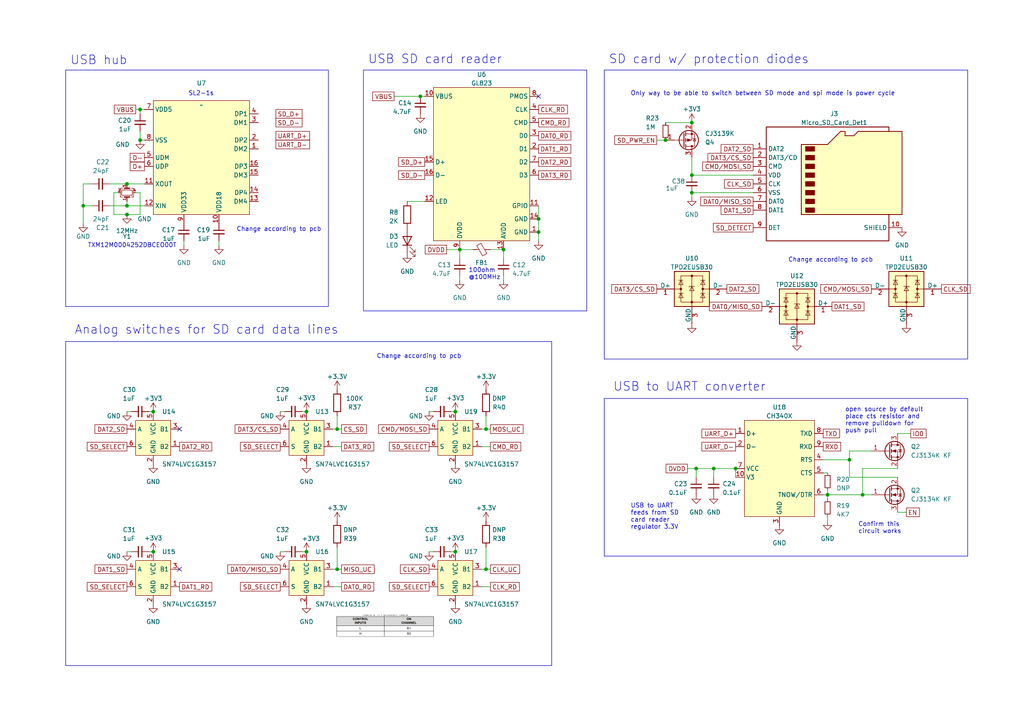
<source format=kicad_sch>
(kicad_sch (version 20230121) (generator eeschema)
  (paper "A4")
  (lib_symbols
    (symbol "Connector:Micro_SD_Card_Det1"
      (property "Reference" "J" (at -16.51 17.78 0))
      (property "Value" "Micro_SD_Card_Det1" (at 16.51 17.78 0))
      (symbol "Micro_SD_Card_Det1_1_1"
        (pin bidirectional line (at -22.86 10.16 0) (length 3.81) (name "DAT2") (number "1"))
        (pin passive line (at 20.32 -12.7 180) (length 3.81) (name "SHIELD") (number "10"))
        (pin bidirectional line (at -22.86 7.62 0) (length 3.81) (name "DAT3/CD") (number "2"))
        (pin input line (at -22.86 5.08 0) (length 3.81) (name "CMD") (number "3"))
        (pin power_in line (at -22.86 2.54 0) (length 3.81) (name "VDD") (number "4"))
        (pin input line (at -22.86 0 0) (length 3.81) (name "CLK") (number "5"))
        (pin power_in line (at -22.86 -2.54 0) (length 3.81) (name "VSS") (number "6"))
        (pin bidirectional line (at -22.86 -5.08 0) (length 3.81) (name "DAT0") (number "7"))
        (pin bidirectional line (at -22.86 -7.62 0) (length 3.81) (name "DAT1") (number "8"))
        (pin passive line (at -22.86 -12.7 0) (length 3.81) (name "DET") (number "9"))
      )
    )
    (symbol "Device:C_Small" (pin_numbers hide) (pin_names (offset 0.254) hide)
      (property "Reference" "C" (at 0.254 1.778 0))
      (property "Value" "C_Small" (at 0.254 -2.032 0))
      (symbol "C_Small_1_1"
        (pin passive line (at 0 2.54 270) (length 2.032) (name "~") (number "1"))
        (pin passive line (at 0 -2.54 90) (length 2.032) (name "~") (number "2"))
      )
    )
    (symbol "Device:Crystal_GND24_Small" (pin_names (offset 1.016) hide)
      (property "Reference" "Y" (at 1.27 4.445 0))
      (property "Value" "Crystal_GND24_Small" (at 1.27 2.54 0))
      (symbol "Crystal_GND24_Small_1_1"
        (pin passive line (at -2.54 0 0) (length 1.27) (name "1") (number "1"))
        (pin passive line (at 0 -2.54 90) (length 0.635) (name "2") (number "2"))
        (pin passive line (at 2.54 0 180) (length 1.27) (name "3") (number "3"))
        (pin passive line (at 0 2.54 270) (length 0.635) (name "4") (number "4"))
      )
    )
    (symbol "Device:FerriteBead_Small" (pin_numbers hide) (pin_names (offset 0))
      (property "Reference" "FB" (at 1.905 1.27 0))
      (property "Value" "FerriteBead_Small" (at 1.905 -1.27 0))
      (symbol "FerriteBead_Small_1_1"
        (pin passive line (at 0 2.54 270) (length 1.27) (name "~") (number "1"))
        (pin passive line (at 0 -2.54 90) (length 1.27) (name "~") (number "2"))
      )
    )
    (symbol "Device:LED" (pin_numbers hide) (pin_names (offset 1.016) hide)
      (property "Reference" "D" (at 0 2.54 0))
      (property "Value" "LED" (at 0 -2.54 0))
      (symbol "LED_1_1"
        (pin passive line (at -3.81 0 0) (length 2.54) (name "K") (number "1"))
        (pin passive line (at 3.81 0 180) (length 2.54) (name "A") (number "2"))
      )
    )
    (symbol "Device:Q_NMOS_GSD" (pin_names (offset 0) hide)
      (property "Reference" "Q" (at 5.08 1.27 0))
      (property "Value" "Q_NMOS_GSD" (at 5.08 -1.27 0))
      (symbol "Q_NMOS_GSD_1_1"
        (pin input line (at -5.08 0 0) (length 2.54) (name "G") (number "1"))
        (pin passive line (at 2.54 -5.08 90) (length 2.54) (name "S") (number "2"))
        (pin passive line (at 2.54 5.08 270) (length 2.54) (name "D") (number "3"))
      )
    )
    (symbol "Device:Q_PMOS_GSD" (pin_names (offset 0) hide)
      (property "Reference" "Q" (at 5.08 1.27 0))
      (property "Value" "Q_PMOS_GSD" (at 5.08 -1.27 0))
      (symbol "Q_PMOS_GSD_1_1"
        (pin input line (at -5.08 0 0) (length 2.54) (name "G") (number "1"))
        (pin passive line (at 2.54 -5.08 90) (length 2.54) (name "S") (number "2"))
        (pin passive line (at 2.54 5.08 270) (length 2.54) (name "D") (number "3"))
      )
    )
    (symbol "Device:R" (pin_numbers hide) (pin_names (offset 0))
      (property "Reference" "R" (at 2.032 0 90))
      (property "Value" "R" (at 0 0 90))
      (symbol "R_1_1"
        (pin passive line (at 0 3.81 270) (length 1.27) (name "~") (number "1"))
        (pin passive line (at 0 -3.81 90) (length 1.27) (name "~") (number "2"))
      )
    )
    (symbol "Device:R_Small" (pin_numbers hide) (pin_names (offset 0.254) hide)
      (property "Reference" "R" (at 0.762 0.508 0))
      (property "Value" "R_Small" (at 0.762 -1.016 0))
      (symbol "R_Small_1_1"
        (pin passive line (at 0 2.54 270) (length 0.762) (name "~") (number "1"))
        (pin passive line (at 0 -2.54 90) (length 0.762) (name "~") (number "2"))
      )
    )
    (symbol "Power_Protection:TPD2EUSB30" (pin_names (offset 0))
      (property "Reference" "U" (at 0 6.35 0))
      (property "Value" "TPD2EUSB30" (at 7.62 -7.62 0))
      (symbol "TPD2EUSB30_1_1"
        (pin passive line (at -10.16 0 0) (length 5.08) (name "D+") (number "1"))
        (pin passive line (at 10.16 0 180) (length 5.08) (name "D-") (number "2"))
        (pin passive line (at 0 -10.16 90) (length 5.08) (name "GND") (number "3"))
      )
    )
    (symbol "SN74LVC1G3157_1"
      (property "Reference" "U" (at 3.81 7.62 0))
      (property "Value" "SN74LVC1G3157" (at 10.16 -7.62 0))
      (symbol "SN74LVC1G3157_1_1_1"
        (pin input line (at 7.62 -2.54 180) (length 2.54) (name "B2") (number "1"))
        (pin input line (at 0 -7.62 90) (length 2.54) (name "GND") (number "2"))
        (pin input line (at 7.62 2.54 180) (length 2.54) (name "B1") (number "3"))
        (pin input line (at -7.62 2.54 0) (length 2.54) (name "A") (number "4"))
        (pin input line (at 0 7.62 270) (length 2.54) (name "VCC") (number "5"))
        (pin input line (at -7.62 -2.54 0) (length 2.54) (name "S") (number "6"))
      )
    )
    (symbol "ch340x:CH340X"
      (property "Reference" "U" (at 0 19.05 0))
      (property "Value" "CH340X" (at 0 15.24 0))
      (symbol "CH340X_1_1"
        (pin input line (at -12.7 10.16 0) (length 2.54) (name "D+") (number "1"))
        (pin input line (at -12.7 -2.54 0) (length 2.54) (name "V3") (number "10"))
        (pin input line (at -12.7 6.35 0) (length 2.54) (name "D-") (number "2"))
        (pin input line (at 0 -16.51 90) (length 2.54) (name "GND") (number "3"))
        (pin input line (at 12.7 2.54 180) (length 2.54) (name "RTS") (number "4"))
        (pin input line (at 12.7 -1.27 180) (length 2.54) (name "CTS") (number "5"))
        (pin input line (at 12.7 -7.62 180) (length 2.54) (name "TNOW/DTR") (number "6"))
        (pin input line (at -12.7 0 0) (length 2.54) (name "VCC") (number "7"))
        (pin input line (at 12.7 10.16 180) (length 2.54) (name "TXD") (number "8"))
        (pin input line (at 12.7 6.35 180) (length 2.54) (name "RXD") (number "9"))
      )
    )
    (symbol "gl823:GL823"
      (property "Reference" "U" (at 0 12.7 0))
      (property "Value" "GL823" (at 0 10.16 0))
      (symbol "GL823_1_1"
        (pin input line (at 16.51 -33.02 180) (length 2.54) (name "GND") (number "1"))
        (pin input line (at -16.51 6.35 0) (length 2.54) (name "VBUS") (number "10"))
        (pin input line (at 16.51 -25.4 180) (length 2.54) (name "GPIO") (number "11"))
        (pin input line (at -16.51 -24.13 0) (length 2.54) (name "LED") (number "12"))
        (pin input line (at 6.35 -38.1 90) (length 2.54) (name "AVDD") (number "13"))
        (pin input line (at 16.51 -29.21 180) (length 2.54) (name "GND") (number "14"))
        (pin input line (at -16.51 -12.7 0) (length 2.54) (name "D+") (number "15"))
        (pin input line (at -16.51 -16.51 0) (length 2.54) (name "D-") (number "16"))
        (pin input line (at 16.51 -8.89 180) (length 2.54) (name "D1") (number "2"))
        (pin input line (at 16.51 -5.08 180) (length 2.54) (name "D0") (number "3"))
        (pin input line (at 16.51 2.54 180) (length 2.54) (name "CLK") (number "4"))
        (pin input line (at 16.51 -1.27 180) (length 2.54) (name "CMD") (number "5"))
        (pin input line (at 16.51 -16.51 180) (length 2.54) (name "D3") (number "6"))
        (pin input line (at 16.51 -12.7 180) (length 2.54) (name "D2") (number "7"))
        (pin input line (at 16.51 6.35 180) (length 2.54) (name "PMOS") (number "8"))
        (pin input line (at -6.35 -38.1 90) (length 2.54) (name "DVDD") (number "9"))
      )
    )
    (symbol "power:+3.3V" (power) (pin_names (offset 0))
      (property "Value" "+3.3V" (at 0 3.556 0))
      (symbol "+3.3V_1_1"
        (pin power_in line (at 0 0 90) (length 0) hide (name "+3.3V") (number "1"))
      )
    )
    (symbol "power:+3V3" (power) (pin_names (offset 0))
      (property "Value" "+3V3" (at 0 3.556 0))
      (symbol "+3V3_1_1"
        (pin power_in line (at 0 0 90) (length 0) hide (name "+3V3") (number "1"))
      )
    )
    (symbol "power:GND" (power) (pin_names (offset 0))
      (property "Value" "GND" (at 0 -3.81 0))
      (symbol "GND_1_1"
        (pin power_in line (at 0 0 270) (length 0) hide (name "GND") (number "1"))
      )
    )
    (symbol "sl2-1s:SL2-1s"
      (property "Reference" "U" (at 0 17.78 0))
      (symbol "SL2-1s_1_1"
        (pin input line (at 16.51 1.27 180) (length 2.54) (name "DM2") (number "1"))
        (pin input line (at 5.08 -20.32 90) (length 2.54) (name "VDD18") (number "10"))
        (pin input line (at -16.51 -8.89 0) (length 2.54) (name "XOUT") (number "11"))
        (pin input line (at -16.51 -15.24 0) (length 2.54) (name "XIN") (number "12"))
        (pin input line (at 16.51 -13.97 180) (length 2.54) (name "DM4") (number "13"))
        (pin input line (at 16.51 -11.43 180) (length 2.54) (name "DP4") (number "14"))
        (pin input line (at 16.51 -6.35 180) (length 2.54) (name "DM3") (number "15"))
        (pin input line (at 16.51 -3.81 180) (length 2.54) (name "DP3") (number "16"))
        (pin input line (at 16.51 3.81 180) (length 2.54) (name "DP2") (number "2"))
        (pin input line (at 16.51 8.89 180) (length 2.54) (name "DM1") (number "3"))
        (pin input line (at 16.51 11.43 180) (length 2.54) (name "DP1") (number "4"))
        (pin input line (at -16.51 -1.27 0) (length 2.54) (name "UDM") (number "5"))
        (pin input line (at -16.51 -3.81 0) (length 2.54) (name "UDP") (number "6"))
        (pin input line (at -16.51 12.7 0) (length 2.54) (name "VDD5") (number "7"))
        (pin input line (at -16.51 3.81 0) (length 2.54) (name "VSS") (number "8"))
        (pin input line (at -5.08 -20.32 90) (length 2.54) (name "VDD33") (number "9"))
      )
    )
  )
  (junction (at 88.9 160.02))
  (junction (at 36.83 62.23))
  (junction (at 146.05 72.39))
  (junction (at 36.83 59.69))
  (junction (at 132.08 160.02))
  (junction (at 140.97 124.46))
  (junction (at 121.92 27.94))
  (junction (at 24.13 59.69))
  (junction (at 36.83 53.34))
  (junction (at 97.79 165.1))
  (junction (at 200.66 55.88))
  (junction (at 88.9 119.38))
  (junction (at 44.45 119.38))
  (junction (at 40.64 31.75))
  (junction (at 40.64 40.64))
  (junction (at 240.03 143.51))
  (junction (at 193.04 40.64))
  (junction (at 133.35 72.39))
  (junction (at 213.36 135.89))
  (junction (at 156.21 67.31))
  (junction (at 201.93 135.89))
  (junction (at 44.45 160.02))
  (junction (at 246.38 133.35))
  (junction (at 132.08 119.38))
  (junction (at 200.66 50.8))
  (junction (at 140.97 165.1))
  (junction (at 200.66 35.56))
  (junction (at 207.01 135.89))
  (junction (at 250.19 143.51))
  (junction (at 156.21 63.5))
  (junction (at 97.79 124.46))
  (no_connect (at 52.07 165.1))
  (no_connect (at 52.07 124.46))
  (no_connect (at 156.21 27.94))
  (wire (pts (xy 97.79 124.46) (xy 99.06 124.46)))
  (wire (pts (xy 130.81 160.02) (xy 132.08 160.02)))
  (wire (pts (xy 207.01 135.89) (xy 213.36 135.89)))
  (wire (pts (xy 129.54 72.39) (xy 133.35 72.39)))
  (wire (pts (xy 82.55 119.38) (xy 81.28 119.38)))
  (wire (pts (xy 240.03 149.86) (xy 240.03 151.13)))
  (wire (pts (xy 82.55 160.02) (xy 81.28 160.02)))
  (wire (pts (xy 238.76 143.51) (xy 240.03 143.51)))
  (wire (pts (xy 238.76 133.35) (xy 246.38 133.35)))
  (wire (pts (xy 156.21 59.69) (xy 156.21 63.5)))
  (wire (pts (xy 87.63 119.38) (xy 88.9 119.38)))
  (wire (pts (xy 156.21 63.5) (xy 156.21 67.31)))
  (wire (pts (xy 240.03 143.51) (xy 240.03 144.78)))
  (wire (pts (xy 33.02 62.23) (xy 36.83 62.23)))
  (wire (pts (xy 200.66 45.72) (xy 200.66 50.8)))
  (wire (pts (xy 63.5 69.85) (xy 63.5 71.12)))
  (wire (pts (xy 213.36 135.89) (xy 213.36 138.43)))
  (wire (pts (xy 114.3 27.94) (xy 121.92 27.94)))
  (wire (pts (xy 199.39 135.89) (xy 201.93 135.89)))
  (wire (pts (xy 238.76 137.16) (xy 240.03 137.16)))
  (wire (pts (xy 240.03 142.24) (xy 240.03 143.51)))
  (wire (pts (xy 260.35 148.59) (xy 262.89 148.59)))
  (wire (pts (xy 125.73 160.02) (xy 124.46 160.02)))
  (wire (pts (xy 96.52 124.46) (xy 97.79 124.46)))
  (wire (pts (xy 140.97 165.1) (xy 142.24 165.1)))
  (wire (pts (xy 246.38 133.35) (xy 246.38 130.81)))
  (wire (pts (xy 193.04 35.56) (xy 200.66 35.56)))
  (wire (pts (xy 139.7 129.54) (xy 142.24 129.54)))
  (wire (pts (xy 133.35 72.39) (xy 133.35 74.93)))
  (wire (pts (xy 133.35 81.28) (xy 133.35 80.01)))
  (wire (pts (xy 40.64 38.1) (xy 40.64 40.64)))
  (wire (pts (xy 130.81 119.38) (xy 132.08 119.38)))
  (wire (pts (xy 43.18 119.38) (xy 44.45 119.38)))
  (wire (pts (xy 36.83 62.23) (xy 40.64 62.23)))
  (wire (pts (xy 33.02 55.88) (xy 33.02 62.23)))
  (wire (pts (xy 31.75 59.69) (xy 36.83 59.69)))
  (wire (pts (xy 139.7 170.18) (xy 142.24 170.18)))
  (wire (pts (xy 40.64 62.23) (xy 40.64 55.88)))
  (wire (pts (xy 36.83 53.34) (xy 41.91 53.34)))
  (wire (pts (xy 146.05 81.28) (xy 146.05 80.01)))
  (wire (pts (xy 140.97 158.75) (xy 140.97 165.1)))
  (wire (pts (xy 38.1 119.38) (xy 36.83 119.38)))
  (wire (pts (xy 24.13 59.69) (xy 24.13 53.34)))
  (wire (pts (xy 24.13 64.77) (xy 24.13 59.69)))
  (wire (pts (xy 250.19 135.89) (xy 250.19 143.51)))
  (wire (pts (xy 38.1 160.02) (xy 36.83 160.02)))
  (wire (pts (xy 53.34 69.85) (xy 53.34 71.12)))
  (wire (pts (xy 240.03 143.51) (xy 250.19 143.51)))
  (wire (pts (xy 96.52 129.54) (xy 99.06 129.54)))
  (wire (pts (xy 133.35 72.39) (xy 137.16 72.39)))
  (wire (pts (xy 36.83 59.69) (xy 36.83 58.42)))
  (wire (pts (xy 118.11 58.42) (xy 123.19 58.42)))
  (wire (pts (xy 200.66 50.8) (xy 218.44 50.8)))
  (wire (pts (xy 140.97 124.46) (xy 142.24 124.46)))
  (wire (pts (xy 260.35 135.89) (xy 250.19 135.89)))
  (wire (pts (xy 24.13 53.34) (xy 26.67 53.34)))
  (wire (pts (xy 97.79 165.1) (xy 96.52 165.1)))
  (wire (pts (xy 146.05 72.39) (xy 146.05 74.93)))
  (wire (pts (xy 24.13 59.69) (xy 26.67 59.69)))
  (wire (pts (xy 207.01 135.89) (xy 207.01 138.43)))
  (wire (pts (xy 40.64 55.88) (xy 39.37 55.88)))
  (wire (pts (xy 140.97 120.65) (xy 140.97 124.46)))
  (wire (pts (xy 260.35 138.43) (xy 246.38 138.43)))
  (wire (pts (xy 260.35 125.73) (xy 264.16 125.73)))
  (wire (pts (xy 190.5 40.64) (xy 193.04 40.64)))
  (wire (pts (xy 139.7 165.1) (xy 140.97 165.1)))
  (wire (pts (xy 97.79 120.65) (xy 97.79 124.46)))
  (wire (pts (xy 87.63 160.02) (xy 88.9 160.02)))
  (wire (pts (xy 246.38 130.81) (xy 252.73 130.81)))
  (wire (pts (xy 201.93 135.89) (xy 201.93 138.43)))
  (wire (pts (xy 40.64 40.64) (xy 41.91 40.64)))
  (wire (pts (xy 201.93 135.89) (xy 207.01 135.89)))
  (wire (pts (xy 121.92 27.94) (xy 123.19 27.94)))
  (wire (pts (xy 156.21 67.31) (xy 156.21 69.85)))
  (wire (pts (xy 97.79 158.75) (xy 97.79 165.1)))
  (wire (pts (xy 246.38 138.43) (xy 246.38 133.35)))
  (wire (pts (xy 39.37 31.75) (xy 40.64 31.75)))
  (wire (pts (xy 250.19 143.51) (xy 252.73 143.51)))
  (wire (pts (xy 99.06 170.18) (xy 96.52 170.18)))
  (wire (pts (xy 99.06 165.1) (xy 97.79 165.1)))
  (wire (pts (xy 41.91 59.69) (xy 36.83 59.69)))
  (wire (pts (xy 200.66 57.15) (xy 200.66 55.88)))
  (wire (pts (xy 40.64 31.75) (xy 40.64 33.02)))
  (wire (pts (xy 142.24 72.39) (xy 146.05 72.39)))
  (wire (pts (xy 40.64 31.75) (xy 41.91 31.75)))
  (wire (pts (xy 31.75 53.34) (xy 36.83 53.34)))
  (wire (pts (xy 125.73 119.38) (xy 124.46 119.38)))
  (wire (pts (xy 140.97 124.46) (xy 139.7 124.46)))
  (wire (pts (xy 43.18 160.02) (xy 44.45 160.02)))
  (wire (pts (xy 33.02 55.88) (xy 34.29 55.88)))
  (wire (pts (xy 200.66 55.88) (xy 218.44 55.88)))
  (rectangle (start 19.05 20.32) (end 95.25 88.9))
  (rectangle (start 175.26 20.32) (end 280.67 104.14))
  (rectangle (start 175.26 115.57) (end 280.67 161.29))
  (rectangle (start 19.05 99.06) (end 160.02 193.04))
  (rectangle (start 105.41 20.32) (end 170.18 90.17))
  (image (at 111.76 181.61))
  (image (at 307.34 162.56))
  (text "DTR High RTS Low - EN Low IO0 High (Body diode pulls IO0 high but no difference?) \nDTR Low RTS High - EN HIGH IO0 Low (body diode no difference)\nDTR Low RTS Low - EN HIGH IO0 LOW\nDTR HIGH RTS HIGH - EN HIGH IO0 HIGH (Body diode pulls IO0 high)" (at 298.45 179.07 0) (effects (font (size 1.27 1.27)) (justify left bottom)))
  (text "100ohm\n@100MHz" (at 135.89 81.28 0) (effects (font (size 1.27 1.27)) (justify left bottom)))
  (text "SD card w/ protection diodes\n \n" (at 176.53 22.86 0) (effects (font (size 2.54 2.54)) (justify left bottom)))
  (text "Analog switches for SD card data lines\n\n \n" (at 21.59 105.41 0) (effects (font (size 2.54 2.54)) (justify left bottom)))
  (text "SL2-1s" (at 54.61 27.94 0) (effects (font (size 1.27 1.27)) (justify left bottom)))
  (text "\nTXM12M0004252DBCEO00T" (at 25.4 72.0089 0) (effects (font (size 1.27 1.27)) (justify left bottom)))
  (text "USB hub \n" (at 20.32 19.05 0) (effects (font (size 2.54 2.54)) (justify left bottom)))
  (text "Confirm this \ncircuit works" (at 248.92 154.94 0) (effects (font (size 1.27 1.27)) (justify left bottom)))
  (text "Only way to be able to switch between SD mode and spi mode is power cycle" (at 182.88 27.94 0) (effects (font (size 1.27 1.27)) (justify left bottom)))
  (text "USB to UART \nfeeds from SD\ncard reader \nregulator 3.3V\n" (at 182.88 153.67 0) (effects (font (size 1.27 1.27)) (justify left bottom)))
  (text "EN LOW IO0 HIGH > EN HIGH IO0 LOW >> EN HIGH IO0 LOW" (at 302.26 190.5 0) (effects (font (size 1.27 1.27)) (justify left bottom)))
  (text "Transistor \nEN LOW IO0 HIGH > EN HIGH IO0 HIGH >> EN HIGH IO0 LOW" (at 347.98 162.56 0) (effects (font (size 1.27 1.27)) (justify left bottom)))
  (text "Change according to pcb\n" (at 68.58 67.31 0) (effects (font (size 1.27 1.27)) (justify left bottom)))
  (text "USB to UART converter\n\n \n" (at 177.8 121.92 0) (effects (font (size 2.54 2.54)) (justify left bottom)))
  (text "So its in reset\nthen exits reset but \nbefore it starts the io0 \nline goes low so it starts\nin boot mode" (at 375.92 185.42 0) (effects (font (size 1.27 1.27)) (justify left bottom)))
  (text "Change according to pcb\n" (at 109.22 104.14 0) (effects (font (size 1.27 1.27)) (justify left bottom)))
  (text "Both setups should work\n" (at 375.92 194.31 0) (effects (font (size 1.27 1.27)) (justify left bottom)))
  (text "open source by default\nplace cts resistor and\nremove pulldown for \npush pull" (at 245.11 125.73 0) (effects (font (size 1.27 1.27)) (justify left bottom)))
  (text "RTS LOW DTR HIGH > RTS LOW DTR LOW >> RTS HIGH DTR LOW" (at 302.26 186.69 0) (effects (font (size 1.27 1.27)) (justify left bottom)))
  (text ">> happens in 1ms\n1ms delay between en high and start" (at 321.31 196.85 0) (effects (font (size 1.27 1.27)) (justify left bottom)))
  (text "USB SD card reader\n \n" (at 106.68 22.86 0) (effects (font (size 2.54 2.54)) (justify left bottom)))
  (text "Change according to pcb\n" (at 228.6 76.2 0) (effects (font (size 1.27 1.27)) (justify left bottom)))
  (text "DTR RTS EN  IO0\n 1   1   1   1\n 0   0   1   0\n 1   0   0   1\n 0   1   1   0\n \n \n" (at 317.5 172.72 0) (effects (font (size 1.27 1.27)) (justify left bottom)))
  (global_label "SD_SELECT" (shape passive) (at 81.28 129.54 180) (property "Intersheetrefs" "${INTERSHEET_REFS}" (effects hide)))
  (global_label "DAT1_RD" (shape passive) (at 52.07 170.18 0) (property "Intersheetrefs" "${INTERSHEET_REFS}" (effects hide)))
  (global_label "SD_SELECT" (shape passive) (at 81.28 170.18 180) (property "Intersheetrefs" "${INTERSHEET_REFS}" (effects hide)))
  (global_label "CMD_RD" (shape passive) (at 142.24 129.54 0) (property "Intersheetrefs" "${INTERSHEET_REFS}" (effects hide)))
  (global_label "RXD" (shape passive) (at 238.76 129.54 0) (property "Intersheetrefs" "${INTERSHEET_REFS}" (effects hide)))
  (global_label "TXD" (shape passive) (at 238.76 125.73 0) (property "Intersheetrefs" "${INTERSHEET_REFS}" (effects hide)))
  (global_label "EN" (shape passive) (at 262.89 148.59 0) (property "Intersheetrefs" "${INTERSHEET_REFS}" (effects hide)))
  (global_label "SD_DETECT" (shape passive) (at 218.44 66.04 180) (property "Intersheetrefs" "${INTERSHEET_REFS}" (effects hide)))
  (global_label "SD_D-" (shape passive) (at 123.19 50.8 180) (property "Intersheetrefs" "${INTERSHEET_REFS}" (effects hide)))
  (global_label "DAT1_SD" (shape passive) (at 36.83 165.1 180) (property "Intersheetrefs" "${INTERSHEET_REFS}" (effects hide)))
  (global_label "DAT3_RD" (shape passive) (at 99.06 129.54 0) (property "Intersheetrefs" "${INTERSHEET_REFS}" (effects hide)))
  (global_label "CMD{slash}MOSI_SD" (shape passive) (at 124.46 124.46 180) (property "Intersheetrefs" "${INTERSHEET_REFS}" (effects hide)))
  (global_label "UART_D+" (shape passive) (at 80.01 39.37 0) (property "Intersheetrefs" "${INTERSHEET_REFS}" (effects hide)))
  (global_label "DAT0{slash}MISO_SD" (shape passive) (at 81.28 165.1 180) (property "Intersheetrefs" "${INTERSHEET_REFS}" (effects hide)))
  (global_label "CLK_RD" (shape passive) (at 142.24 170.18 0) (property "Intersheetrefs" "${INTERSHEET_REFS}" (effects hide)))
  (global_label "SD_SELECT" (shape passive) (at 36.83 170.18 180) (property "Intersheetrefs" "${INTERSHEET_REFS}" (effects hide)))
  (global_label "CLK_SD" (shape passive) (at 218.44 53.34 180) (property "Intersheetrefs" "${INTERSHEET_REFS}" (effects hide)))
  (global_label "SD_SELECT" (shape passive) (at 36.83 129.54 180) (property "Intersheetrefs" "${INTERSHEET_REFS}" (effects hide)))
  (global_label "DVDD" (shape passive) (at 199.39 135.89 180) (property "Intersheetrefs" "${INTERSHEET_REFS}" (effects hide)))
  (global_label "CLK_UC" (shape passive) (at 142.24 165.1 0) (property "Intersheetrefs" "${INTERSHEET_REFS}" (effects hide)))
  (global_label "DAT0_RD" (shape passive) (at 156.21 39.37 0) (property "Intersheetrefs" "${INTERSHEET_REFS}" (effects hide)))
  (global_label "CS_SD" (shape passive) (at 99.06 124.46 0) (property "Intersheetrefs" "${INTERSHEET_REFS}" (effects hide)))
  (global_label "UART_D+" (shape passive) (at 213.36 125.73 180) (property "Intersheetrefs" "${INTERSHEET_REFS}" (effects hide)))
  (global_label "SD_SELECT" (shape passive) (at 124.46 170.18 180) (property "Intersheetrefs" "${INTERSHEET_REFS}" (effects hide)))
  (global_label "CLK_SD" (shape passive) (at 124.46 165.1 180) (property "Intersheetrefs" "${INTERSHEET_REFS}" (effects hide)))
  (global_label "DAT3_RD" (shape passive) (at 156.21 50.8 0) (property "Intersheetrefs" "${INTERSHEET_REFS}" (effects hide)))
  (global_label "VBUS" (shape passive) (at 39.37 31.75 180) (property "Intersheetrefs" "${INTERSHEET_REFS}" (effects hide)))
  (global_label "DAT1_SD" (shape passive) (at 241.3 88.9 0) (property "Intersheetrefs" "${INTERSHEET_REFS}" (effects hide)))
  (global_label "DAT2_SD" (shape passive) (at 218.44 43.18 180) (property "Intersheetrefs" "${INTERSHEET_REFS}" (effects hide)))
  (global_label "DAT3{slash}CS_SD" (shape passive) (at 190.5 83.82 180) (property "Intersheetrefs" "${INTERSHEET_REFS}" (effects hide)))
  (global_label "CLK_SD" (shape passive) (at 273.05 83.82 0) (property "Intersheetrefs" "${INTERSHEET_REFS}" (effects hide)))
  (global_label "SD_D-" (shape passive) (at 80.01 35.56 0) (property "Intersheetrefs" "${INTERSHEET_REFS}" (effects hide)))
  (global_label "IO0" (shape passive) (at 264.16 125.73 0) (property "Intersheetrefs" "${INTERSHEET_REFS}" (effects hide)))
  (global_label "DAT1_RD" (shape passive) (at 156.21 43.18 0) (property "Intersheetrefs" "${INTERSHEET_REFS}" (effects hide)))
  (global_label "D-" (shape passive) (at 41.91 45.72 180) (property "Intersheetrefs" "${INTERSHEET_REFS}" (effects hide)))
  (global_label "SD_D+" (shape passive) (at 80.01 33.02 0) (property "Intersheetrefs" "${INTERSHEET_REFS}" (effects hide)))
  (global_label "DAT0{slash}MISO_SD" (shape passive) (at 218.44 58.42 180) (property "Intersheetrefs" "${INTERSHEET_REFS}" (effects hide)))
  (global_label "DAT0_RD" (shape passive) (at 99.06 170.18 0) (property "Intersheetrefs" "${INTERSHEET_REFS}" (effects hide)))
  (global_label "MOSI_UC" (shape passive) (at 142.24 124.46 0) (property "Intersheetrefs" "${INTERSHEET_REFS}" (effects hide)))
  (global_label "SD_SELECT" (shape passive) (at 124.46 129.54 180) (property "Intersheetrefs" "${INTERSHEET_REFS}" (effects hide)))
  (global_label "MISO_UC" (shape passive) (at 99.06 165.1 0) (property "Intersheetrefs" "${INTERSHEET_REFS}" (effects hide)))
  (global_label "CLK_RD" (shape passive) (at 156.21 31.75 0) (property "Intersheetrefs" "${INTERSHEET_REFS}" (effects hide)))
  (global_label "SD_PWR_EN" (shape passive) (at 190.5 40.64 180) (property "Intersheetrefs" "${INTERSHEET_REFS}" (effects hide)))
  (global_label "DAT2_RD" (shape passive) (at 52.07 129.54 0) (property "Intersheetrefs" "${INTERSHEET_REFS}" (effects hide)))
  (global_label "DAT2_SD" (shape passive) (at 36.83 124.46 180) (property "Intersheetrefs" "${INTERSHEET_REFS}" (effects hide)))
  (global_label "DAT2_RD" (shape passive) (at 156.21 46.99 0) (property "Intersheetrefs" "${INTERSHEET_REFS}" (effects hide)))
  (global_label "D+" (shape passive) (at 41.91 48.26 180) (property "Intersheetrefs" "${INTERSHEET_REFS}" (effects hide)))
  (global_label "DAT2_SD" (shape passive) (at 210.82 83.82 0) (property "Intersheetrefs" "${INTERSHEET_REFS}" (effects hide)))
  (global_label "CMD{slash}MOSI_SD" (shape passive) (at 218.44 48.26 180) (property "Intersheetrefs" "${INTERSHEET_REFS}" (effects hide)))
  (global_label "VBUS" (shape passive) (at 114.3 27.94 180) (property "Intersheetrefs" "${INTERSHEET_REFS}" (effects hide)))
  (global_label "DAT3{slash}CS_SD" (shape passive) (at 81.28 124.46 180) (property "Intersheetrefs" "${INTERSHEET_REFS}" (effects hide)))
  (global_label "DAT0{slash}MISO_SD" (shape passive) (at 220.98 88.9 180) (property "Intersheetrefs" "${INTERSHEET_REFS}" (effects hide)))
  (global_label "DAT1_SD" (shape passive) (at 218.44 60.96 180) (property "Intersheetrefs" "${INTERSHEET_REFS}" (effects hide)))
  (global_label "DVDD" (shape passive) (at 129.54 72.39 180) (property "Intersheetrefs" "${INTERSHEET_REFS}" (effects hide)))
  (global_label "UART_D-" (shape passive) (at 213.36 129.54 180) (property "Intersheetrefs" "${INTERSHEET_REFS}" (effects hide)))
  (global_label "UART_D-" (shape passive) (at 80.01 41.91 0) (property "Intersheetrefs" "${INTERSHEET_REFS}" (effects hide)))
  (global_label "CMD_RD" (shape passive) (at 156.21 35.56 0) (property "Intersheetrefs" "${INTERSHEET_REFS}" (effects hide)))
  (global_label "DAT3{slash}CS_SD" (shape passive) (at 218.44 45.72 180) (property "Intersheetrefs" "${INTERSHEET_REFS}" (effects hide)))
  (global_label "SD_D+" (shape passive) (at 123.19 46.99 180) (property "Intersheetrefs" "${INTERSHEET_REFS}" (effects hide)))
  (global_label "CMD{slash}MOSI_SD" (shape passive) (at 252.73 83.82 180) (property "Intersheetrefs" "${INTERSHEET_REFS}" (effects hide)))
  (symbol (lib_id "Device:C_Small") (at 207.01 140.97 0) (unit 1)
    (property "Reference" "C24" (at 209.55 140.3413 0) (effects (justify left)))
    (property "Value" "0.1uF" (at 209.55 142.8813 0) (effects (justify left)))
    (property "Footprint" "Capacitor_SMD:C_0402_1005Metric" (effects hide))
  )
  (symbol (lib_id "power:GND") (at 44.45 175.26 0) (unit 1)
    (property "Reference" "#PWR054" (effects hide))
    (property "Value" "GND" (at 44.45 180.34 0))
  )
  (symbol (lib_id "Device:C_Small") (at 128.27 160.02 270) (mirror x) (unit 1)
    (property "Reference" "C33" (at 123.19 153.67 90) (effects (justify left)))
    (property "Value" "1uF" (at 123.19 156.21 90) (effects (justify left)))
    (property "Footprint" "Capacitor_SMD:C_0402_1005Metric" (effects hide))
  )
  (symbol (lib_id "power:GND") (at 262.89 93.98 0) (unit 1)
    (property "Reference" "#PWR044" (effects hide))
    (property "Value" "GND" (effects hide))
  )
  (symbol (lib_id "Device:C_Small") (at 40.64 119.38 270) (mirror x) (unit 1)
    (property "Reference" "C30" (at 35.56 113.03 90) (effects (justify left)))
    (property "Value" "1uF" (at 35.56 115.57 90) (effects (justify left)))
    (property "Footprint" "Capacitor_SMD:C_0402_1005Metric" (effects hide))
  )
  (symbol (lib_id "Device:C_Small") (at 29.21 59.69 90) (mirror x) (unit 1)
    (property "Reference" "C21" (at 31.75 66.04 90) (effects (justify left)))
    (property "Value" "24pF" (at 31.75 63.5 90) (effects (justify left)))
    (property "Footprint" "Capacitor_SMD:C_0402_1005Metric" (effects hide))
  )
  (symbol (lib_id "power:GND") (at 231.14 99.06 0) (unit 1)
    (property "Reference" "#PWR043" (effects hide))
    (property "Value" "GND" (effects hide))
  )
  (symbol (lib_id "power:GND") (at 132.08 175.26 0) (unit 1)
    (property "Reference" "#PWR058" (effects hide))
    (property "Value" "GND" (at 132.08 180.34 0))
  )
  (symbol (lib_id "gl823:GL823") (at 139.7 34.29 0) (unit 1)
    (property "Reference" "U6" (at 139.7 21.59 0))
    (property "Value" "GL823" (at 139.7 24.13 0))
    (property "Footprint" "Package_SO:SSOP-16_3.9x4.9mm_P0.635mm" (effects hide))
  )
  (symbol (lib_id "power:GND") (at 200.66 57.15 0) (unit 1)
    (property "Reference" "#PWR027" (effects hide))
    (property "Value" "GND" (at 200.66 62.23 0))
  )
  (symbol (lib_id "Device:C_Small") (at 146.05 77.47 0) (unit 1)
    (property "Reference" "C12" (at 148.59 76.8413 0) (effects (justify left)))
    (property "Value" "4.7uF" (at 148.59 79.3813 0) (effects (justify left)))
    (property "Footprint" "Capacitor_SMD:C_0402_1005Metric" (effects hide))
  )
  (symbol (lib_id "power:GND") (at 240.03 151.13 0) (unit 1)
    (property "Reference" "#PWR077" (effects hide))
    (property "Value" "GND" (at 240.03 156.21 0))
  )
  (symbol (lib_id "power:GND") (at 156.21 69.85 0) (unit 1)
    (property "Reference" "#PWR025" (effects hide))
    (property "Value" "GND" (at 156.21 74.93 0))
  )
  (symbol (lib_id "power:GND") (at 88.9 134.62 0) (unit 1)
    (property "Reference" "#PWR050" (effects hide))
    (property "Value" "GND" (at 88.9 139.7 0))
  )
  (symbol (lib_id "sl2-1s:SL2-1s") (at 58.42 44.45 0) (unit 1)
    (property "Reference" "U7" (at 58.42 24.13 0))
    (property "Value" "~" (at 58.42 30.48 0))
    (property "Footprint" "Music:SL2.1S" (effects hide))
  )
  (symbol (lib_id "Device:R_Small") (at 193.04 38.1 180) (unit 1)
    (property "Reference" "R23" (at 189.23 34.29 0))
    (property "Value" "1M" (at 188.722 36.83 0))
    (property "Footprint" "Resistor_SMD:R_0402_1005Metric" (effects hide))
    (property "MPN_LCSC" "1" (effects hide))
    (property "Price_LCSC" "0.0005" (effects hide))
    (instances (project "Power" (path "" (reference "R23") (unit 1))) (project "Music_32_V2" (path "" (reference "R23") (unit 1)) (path "" (reference "R31") (unit 1))) (project "Music32v3" (path "" (reference "R13") (unit 1)) (path "" (reference "R13") (unit 1)) (path "" (reference "R14") (unit 1))) (project "Phone" (path "" (reference "R?") (unit 1))) (project "Ipod" (path "" (reference "R?") (unit 1)) (path "" (reference "R22") (unit 1))) (project "power" (path "" (reference "R?") (unit 1))) (project "Power" (path "" (reference "R?") (unit 1))))
  )
  (symbol (lib_id "power:+3.3V") (at 97.79 113.03 0) (mirror y) (unit 1)
    (property "Reference" "#PWR079" (effects hide))
    (property "Value" "+3.3V" (at 97.79 109.22 0))
    (instances (project "Music_32_V2" (path "" (reference "#PWR079") (unit 1))) (project "Audio test board" (path "" (reference "#PWR?") (unit 1))) (project "Music32v3" (path "" (reference "#PWR046") (unit 1))) (project "Ipod" (path "" (reference "#PWR?") (unit 1)) (path "" (reference "#PWR076") (unit 1))))
  )
  (symbol (lib_id "power:GND") (at 53.34 71.12 0) (unit 1)
    (property "Reference" "#PWR035" (effects hide))
    (property "Value" "GND" (at 53.34 76.2 0))
  )
  (symbol (lib_id "power:GND") (at 121.92 33.02 0) (unit 1)
    (property "Reference" "#PWR026" (effects hide))
    (property "Value" "GND" (at 121.92 38.1 0))
  )
  (symbol (lib_id "Device:C_Small") (at 40.64 160.02 270) (mirror x) (unit 1)
    (property "Reference" "C31" (at 35.56 153.67 90) (effects (justify left)))
    (property "Value" "1uF" (at 35.56 156.21 90) (effects (justify left)))
    (property "Footprint" "Capacitor_SMD:C_0402_1005Metric" (effects hide))
  )
  (symbol (lib_id "Device:R") (at 118.11 62.23 0) (unit 1)
    (property "Reference" "R8" (at 115.57 61.595 0) (effects (justify right)))
    (property "Value" "2K" (at 115.57 64.135 0) (effects (justify right)))
    (property "Footprint" "Resistor_SMD:R_0402_1005Metric" (effects hide))
  )
  (symbol (lib_id "power:GND") (at 36.83 119.38 0) (unit 1)
    (property "Reference" "#PWR066" (effects hide))
    (property "Value" "GND" (at 33.02 120.65 0))
  )
  (symbol (lib_id "Device:C_Small") (at 121.92 30.48 0) (mirror y) (unit 1)
    (property "Reference" "C14" (at 119.38 29.8513 0) (effects (justify left)))
    (property "Value" "4.7uF" (at 119.38 32.3913 0) (effects (justify left)))
    (property "Footprint" "Capacitor_SMD:C_0402_1005Metric" (effects hide))
  )
  (symbol (lib_id "power:GND") (at 36.83 62.23 0) (unit 1)
    (property "Reference" "#PWR038" (effects hide))
    (property "Value" "GND" (at 41.91 63.5 0))
  )
  (symbol (lib_id "power:GND") (at 118.11 73.66 0) (unit 1)
    (property "Reference" "#PWR022" (effects hide))
    (property "Value" "GND" (at 118.11 78.74 0))
  )
  (symbol (lib_id "power:GND") (at 207.01 143.51 0) (unit 1)
    (property "Reference" "#PWR061" (effects hide))
    (property "Value" "GND" (at 207.01 148.59 0))
  )
  (symbol (lib_id "Device:C_Small") (at 40.64 35.56 0) (mirror y) (unit 1)
    (property "Reference" "C20" (at 38.1 34.9313 0) (effects (justify left)))
    (property "Value" "1uF" (at 38.1 37.4713 0) (effects (justify left)))
    (property "Footprint" "Capacitor_SMD:C_0402_1005Metric" (effects hide))
  )
  (symbol (lib_id "power:+3V3") (at 132.08 160.02 0) (unit 1)
    (property "Reference" "#PWR011" (effects hide))
    (property "Value" "+3V3" (at 132.08 156.075 0))
    (instances (project "Music32v3" (path "" (reference "#PWR011") (unit 1)) (path "" (reference "#PWR057") (unit 1))))
  )
  (symbol (lib_id "power:+3V3") (at 132.08 119.38 0) (unit 1)
    (property "Reference" "#PWR011" (effects hide))
    (property "Value" "+3V3" (at 132.08 115.435 0))
    (instances (project "Music32v3" (path "" (reference "#PWR011") (unit 1)) (path "" (reference "#PWR051") (unit 1))))
  )
  (symbol (lib_id "power:GND") (at 261.62 66.04 0) (unit 1)
    (property "Reference" "#PWR059" (effects hide))
    (property "Value" "GND" (at 261.62 71.12 0))
  )
  (symbol (lib_id "power:GND") (at 44.45 134.62 0) (unit 1)
    (property "Reference" "#PWR041" (effects hide))
    (property "Value" "GND" (at 44.45 139.7 0))
  )
  (symbol (lib_id "power:+3V3") (at 44.45 160.02 0) (unit 1)
    (property "Reference" "#PWR011" (effects hide))
    (property "Value" "+3V3" (at 44.45 156.075 0))
    (instances (project "Music32v3" (path "" (reference "#PWR011") (unit 1)) (path "" (reference "#PWR053") (unit 1))))
  )
  (symbol (lib_id "Device:C_Small") (at 53.34 67.31 0) (mirror y) (unit 1)
    (property "Reference" "C17" (at 50.8 66.6813 0) (effects (justify left)))
    (property "Value" "1uF" (at 50.8 69.2213 0) (effects (justify left)))
    (property "Footprint" "Capacitor_SMD:C_0402_1005Metric" (effects hide))
  )
  (symbol (lib_id "power:GND") (at 24.13 64.77 0) (mirror y) (unit 1)
    (property "Reference" "#PWR039" (effects hide))
    (property "Value" "GND" (at 24.13 68.58 0))
  )
  (symbol (lib_name "SN74LVC1G3157_1") (lib_id "sn74lvc1g3157:SN74LVC1G3157") (at 88.9 167.64 0) (unit 1)
    (property "Reference" "U16" (at 91.44 160.02 0) (effects (justify left)))
    (property "Value" "SN74LVC1G3157" (at 91.44 175.26 0) (effects (justify left)))
    (property "Footprint" "Package_TO_SOT_SMD:SOT-363_SC-70-6" (effects hide))
  )
  (symbol (lib_id "power:GND") (at 146.05 81.28 0) (unit 1)
    (property "Reference" "#PWR024" (effects hide))
    (property "Value" "GND" (at 146.05 86.36 0))
  )
  (symbol (lib_id "Device:LED") (at 118.11 69.85 90) (unit 1)
    (property "Reference" "D3" (at 115.57 68.58 90) (effects (justify left)))
    (property "Value" "LED" (at 115.57 71.12 90) (effects (justify left)))
    (property "Footprint" "LED_SMD:LED_0603_1608Metric" (effects hide))
  )
  (symbol (lib_id "Device:R") (at 97.79 116.84 0) (mirror y) (unit 1)
    (property "Reference" "R37" (at 102.87 118.11 0))
    (property "Value" "100K" (at 102.87 115.57 0))
    (property "Footprint" "Resistor_SMD:R_0402_1005Metric" (effects hide))
    (instances (project "Music_32_V2" (path "" (reference "R37") (unit 1))) (project "Audio test board" (path "" (reference "R?") (unit 1))) (project "Music32v3" (path "" (reference "R9") (unit 1))) (project "Ipod" (path "" (reference "R?") (unit 1)) (path "" (reference "R42") (unit 1))))
  )
  (symbol (lib_id "Power_Protection:TPD2EUSB30") (at 200.66 83.82 0) (unit 1)
    (property "Reference" "U10" (at 200.66 74.93 0))
    (property "Value" "TPD2EUSB30" (at 200.66 77.47 0))
    (property "Footprint" "Package_TO_SOT_SMD:Texas_DRT-3" (effects hide))
    (property "Datasheet" "http://www.ti.com/lit/ds/symlink/tpd2eusb30a.pdf" (effects hide))
  )
  (symbol (lib_id "power:GND") (at 36.83 160.02 0) (unit 1)
    (property "Reference" "#PWR067" (effects hide))
    (property "Value" "GND" (at 33.02 161.29 0))
  )
  (symbol (lib_id "power:+3.3V") (at 140.97 151.13 0) (mirror y) (unit 1)
    (property "Reference" "#PWR080" (effects hide))
    (property "Value" "+3.3V" (at 140.97 147.32 0))
    (instances (project "Music_32_V2" (path "" (reference "#PWR080") (unit 1))) (project "Audio test board" (path "" (reference "#PWR?") (unit 1))) (project "Music32v3" (path "" (reference "#PWR047") (unit 1))) (project "Ipod" (path "" (reference "#PWR?") (unit 1)) (path "" (reference "#PWR077") (unit 1))))
  )
  (symbol (lib_id "Device:R") (at 97.79 154.94 0) (mirror y) (unit 1)
    (property "Reference" "R39" (at 101.6 156.21 0))
    (property "Value" "DNP" (at 101.6 153.67 0))
    (property "Footprint" "Resistor_SMD:R_0402_1005Metric" (effects hide))
    (instances (project "Music_32_V2" (path "" (reference "R39") (unit 1))) (project "Audio test board" (path "" (reference "R?") (unit 1))) (project "Music32v3" (path "" (reference "R17") (unit 1))) (project "Ipod" (path "" (reference "R?") (unit 1)) (path "" (reference "R44") (unit 1))))
  )
  (symbol (lib_id "power:GND") (at 200.66 93.98 0) (unit 1)
    (property "Reference" "#PWR045" (effects hide))
    (property "Value" "GND" (effects hide))
  )
  (symbol (lib_id "Device:C_Small") (at 29.21 53.34 90) (unit 1)
    (property "Reference" "C22" (at 31.75 46.99 90) (effects (justify left)))
    (property "Value" "24pF" (at 31.75 49.53 90) (effects (justify left)))
    (property "Footprint" "Capacitor_SMD:C_0402_1005Metric" (effects hide))
  )
  (symbol (lib_id "Power_Protection:TPD2EUSB30") (at 231.14 88.9 0) (mirror y) (unit 1)
    (property "Reference" "U12" (at 231.14 80.01 0))
    (property "Value" "TPD2EUSB30" (at 231.14 82.55 0))
    (property "Footprint" "Package_TO_SOT_SMD:Texas_DRT-3" (effects hide))
    (property "Datasheet" "http://www.ti.com/lit/ds/symlink/tpd2eusb30a.pdf" (effects hide))
  )
  (symbol (lib_id "Device:Crystal_GND24_Small") (at 36.83 55.88 270) (mirror x) (unit 1)
    (property "Reference" "Y1" (at 36.83 68.58 90))
    (property "Value" "12MHz" (at 36.83 66.9289 90))
    (property "Footprint" "Crystal:Crystal_SMD_2520-4Pin_2.5x2.0mm" (effects hide))
  )
  (symbol (lib_id "Device:C_Small") (at 133.35 77.47 0) (mirror y) (unit 1)
    (property "Reference" "C13" (at 130.81 76.8413 0) (effects (justify left)))
    (property "Value" "4.7uF" (at 130.81 79.3813 0) (effects (justify left)))
    (property "Footprint" "Capacitor_SMD:C_0402_1005Metric" (effects hide))
  )
  (symbol (lib_id "power:GND") (at 63.5 71.12 0) (unit 1)
    (property "Reference" "#PWR036" (effects hide))
    (property "Value" "GND" (at 63.5 76.2 0))
  )
  (symbol (lib_id "Device:C_Small") (at 63.5 67.31 0) (mirror y) (unit 1)
    (property "Reference" "C19" (at 60.96 66.6813 0) (effects (justify left)))
    (property "Value" "1uF" (at 60.96 69.2213 0) (effects (justify left)))
    (property "Footprint" "Capacitor_SMD:C_0402_1005Metric" (effects hide))
  )
  (symbol (lib_id "power:GND") (at 132.08 134.62 0) (unit 1)
    (property "Reference" "#PWR052" (effects hide))
    (property "Value" "GND" (at 132.08 139.7 0))
  )
  (symbol (lib_id "Device:C_Small") (at 200.66 53.34 0) (unit 1)
    (property "Reference" "C38" (at 194.818 52.578 0) (effects (justify left)))
    (property "Value" "1uF" (at 193.04 54.61 0) (effects (justify left)))
    (property "Footprint" "Capacitor_SMD:C_0402_1005Metric" (effects hide))
    (property "Datasheet" "https://search.murata.co.jp/Ceramy/image/img/A01X/G101/ENG/GRT155C80J105KE01-01.pdf" (effects hide))
    (property "DigiKeyLink" "https://www.digikey.ca/en/products/detail/murata-electronics/GRT155C80J105KE01J/13904934" (effects hide))
    (property "Price" "0.0448" (effects hide))
    (property "MPN" "490-GRT155C80J105KE01JCT-ND" (effects hide))
    (property "MPN_LCSC" "C14445" (effects hide))
    (property "Price_LCSC" "0.0018" (effects hide))
    (property "LCSCLink" "https://lcsc.com/product-detail/Multilayer-Ceramic-Capacitors-MLCC-SMD-SMT_Samsung-Electro-Mechanics-CL05A105KP5NNNC_C14445.html" (effects hide))
    (instances (project "Music_32_V2" (path "" (reference "C38") (unit 1))) (project "Music32v3" (path "" (reference "C18") (unit 1))) (project "Phone" (path "" (reference "C?") (unit 1))) (project "Ipod" (path "" (reference "C?") (unit 1)) (path "" (reference "C39") (unit 1))) (project "Power" (path "" (reference "C?") (unit 1))))
  )
  (symbol (lib_id "Device:R") (at 140.97 154.94 0) (mirror y) (unit 1)
    (property "Reference" "R38" (at 144.78 156.21 0))
    (property "Value" "DNP" (at 144.78 153.67 0))
    (property "Footprint" "Resistor_SMD:R_0402_1005Metric" (effects hide))
    (instances (project "Music_32_V2" (path "" (reference "R38") (unit 1))) (project "Audio test board" (path "" (reference "R?") (unit 1))) (project "Music32v3" (path "" (reference "R16") (unit 1))) (project "Ipod" (path "" (reference "R?") (unit 1)) (path "" (reference "R43") (unit 1))))
  )
  (symbol (lib_name "SN74LVC1G3157_1") (lib_id "sn74lvc1g3157:SN74LVC1G3157") (at 132.08 127 0) (unit 1)
    (property "Reference" "U19" (at 134.62 119.38 0) (effects (justify left)))
    (property "Value" "SN74LVC1G3157" (at 134.62 134.62 0) (effects (justify left)))
    (property "Footprint" "Package_TO_SOT_SMD:SOT-363_SC-70-6" (effects hide))
  )
  (symbol (lib_id "Device:C_Small") (at 201.93 140.97 0) (mirror y) (unit 1)
    (property "Reference" "C23" (at 199.39 140.3413 0) (effects (justify left)))
    (property "Value" "0.1uF" (at 199.39 142.8813 0) (effects (justify left)))
    (property "Footprint" "Capacitor_SMD:C_0402_1005Metric" (effects hide))
  )
  (symbol (lib_name "SN74LVC1G3157_1") (lib_id "sn74lvc1g3157:SN74LVC1G3157") (at 132.08 167.64 0) (unit 1)
    (property "Reference" "U17" (at 134.62 160.02 0) (effects (justify left)))
    (property "Value" "SN74LVC1G3157" (at 134.62 175.26 0) (effects (justify left)))
    (property "Footprint" "Package_TO_SOT_SMD:SOT-363_SC-70-6" (effects hide))
  )
  (symbol (lib_id "power:+3V3") (at 88.9 160.02 0) (unit 1)
    (property "Reference" "#PWR011" (effects hide))
    (property "Value" "+3V3" (at 90.17 156.21 0))
    (instances (project "Music32v3" (path "" (reference "#PWR011") (unit 1)) (path "" (reference "#PWR055") (unit 1))))
  )
  (symbol (lib_id "power:+3.3V") (at 97.79 151.13 0) (mirror y) (unit 1)
    (property "Reference" "#PWR081" (effects hide))
    (property "Value" "+3.3V" (at 97.79 147.32 0))
    (instances (project "Music_32_V2" (path "" (reference "#PWR081") (unit 1))) (project "Audio test board" (path "" (reference "#PWR?") (unit 1))) (project "Music32v3" (path "" (reference "#PWR048") (unit 1))) (project "Ipod" (path "" (reference "#PWR?") (unit 1)) (path "" (reference "#PWR078") (unit 1))))
  )
  (symbol (lib_id "Device:R_Small") (at 240.03 139.7 0) (unit 1)
    (property "Reference" "R20" (at 242.57 139.065 0) (effects (justify left)))
    (property "Value" "DNP" (at 242.57 141.605 0) (effects (justify left)))
    (property "Footprint" "Resistor_SMD:R_0402_1005Metric" (effects hide))
  )
  (symbol (lib_id "Device:C_Small") (at 85.09 160.02 270) (mirror x) (unit 1)
    (property "Reference" "C32" (at 80.01 153.67 90) (effects (justify left)))
    (property "Value" "1uF" (at 80.01 156.21 90) (effects (justify left)))
    (property "Footprint" "Capacitor_SMD:C_0402_1005Metric" (effects hide))
  )
  (symbol (lib_id "Device:Q_NMOS_GSD") (at 257.81 130.81 0) (unit 1)
    (property "Reference" "Q2" (at 264.16 129.54 0) (effects (justify left)))
    (property "Value" "CJ3134K KF" (at 264.16 132.08 0) (effects (justify left)))
    (property "Footprint" "Package_TO_SOT_SMD:SOT-723" (effects hide))
    (instances (project "Music32v3" (path "" (reference "Q2") (unit 1)) (path "" (reference "Q5") (unit 1))))
  )
  (symbol (lib_id "Connector:Micro_SD_Card_Det1") (at 241.3 53.34 0) (unit 1)
    (property "Reference" "J3" (at 241.935 33.02 0))
    (property "Value" "Micro_SD_Card_Det1" (at 241.935 35.56 0))
    (property "Footprint" "Music:MOLEX_503398-1892" (effects hide))
    (property "Datasheet" "https://datasheet.lcsc.com/lcsc/2110151630_XKB-Connectivity-XKTF-015-N_C381082.pdf" (effects hide))
  )
  (symbol (lib_id "power:+3V3") (at 44.45 119.38 0) (unit 1)
    (property "Reference" "#PWR011" (effects hide))
    (property "Value" "+3V3" (at 44.45 115.57 0))
    (instances (project "Music32v3" (path "" (reference "#PWR011") (unit 1)) (path "" (reference "#PWR040") (unit 1))))
  )
  (symbol (lib_id "power:GND") (at 124.46 119.38 0) (unit 1)
    (property "Reference" "#PWR064" (effects hide))
    (property "Value" "GND" (at 120.65 120.65 0))
  )
  (symbol (lib_name "SN74LVC1G3157_1") (lib_id "sn74lvc1g3157:SN74LVC1G3157") (at 44.45 127 0) (unit 1)
    (property "Reference" "U14" (at 46.99 119.38 0) (effects (justify left)))
    (property "Value" "SN74LVC1G3157" (at 46.99 134.62 0) (effects (justify left)))
    (property "Footprint" "Package_TO_SOT_SMD:SOT-363_SC-70-6" (effects hide))
  )
  (symbol (lib_id "Device:C_Small") (at 85.09 119.38 270) (mirror x) (unit 1)
    (property "Reference" "C29" (at 80.01 113.03 90) (effects (justify left)))
    (property "Value" "1uF" (at 80.01 115.57 90) (effects (justify left)))
    (property "Footprint" "Capacitor_SMD:C_0402_1005Metric" (effects hide))
  )
  (symbol (lib_id "Device:C_Small") (at 128.27 119.38 270) (mirror x) (unit 1)
    (property "Reference" "C28" (at 123.19 113.03 90) (effects (justify left)))
    (property "Value" "1uF" (at 123.19 115.57 90) (effects (justify left)))
    (property "Footprint" "Capacitor_SMD:C_0402_1005Metric" (effects hide))
  )
  (symbol (lib_id "power:+3.3V") (at 140.97 113.03 0) (mirror y) (unit 1)
    (property "Reference" "#PWR083" (effects hide))
    (property "Value" "+3.3V" (at 140.97 109.22 0))
    (instances (project "Music_32_V2" (path "" (reference "#PWR083") (unit 1))) (project "Audio test board" (path "" (reference "#PWR?") (unit 1))) (project "Music32v3" (path "" (reference "#PWR049") (unit 1))) (project "Ipod" (path "" (reference "#PWR?") (unit 1)) (path "" (reference "#PWR080") (unit 1))))
  )
  (symbol (lib_id "power:GND") (at 81.28 160.02 0) (unit 1)
    (property "Reference" "#PWR068" (effects hide))
    (property "Value" "GND" (at 77.47 161.29 0))
  )
  (symbol (lib_id "power:GND") (at 124.46 160.02 0) (unit 1)
    (property "Reference" "#PWR069" (effects hide))
    (property "Value" "GND" (at 120.65 161.29 0))
  )
  (symbol (lib_name "SN74LVC1G3157_1") (lib_id "sn74lvc1g3157:SN74LVC1G3157") (at 44.45 167.64 0) (unit 1)
    (property "Reference" "U15" (at 46.99 160.02 0) (effects (justify left)))
    (property "Value" "SN74LVC1G3157" (at 46.99 175.26 0) (effects (justify left)))
    (property "Footprint" "Package_TO_SOT_SMD:SOT-363_SC-70-6" (effects hide))
  )
  (symbol (lib_id "ch340x:CH340X") (at 226.06 135.89 0) (unit 1)
    (property "Reference" "U18" (at 226.06 118.11 0))
    (property "Value" "CH340X" (at 226.06 120.65 0))
    (property "Footprint" "Package_SO:MSOP-10_3x3mm_P0.5mm" (effects hide))
  )
  (symbol (lib_id "Device:R") (at 140.97 116.84 0) (mirror y) (unit 1)
    (property "Reference" "R40" (at 144.78 118.11 0))
    (property "Value" "DNP" (at 144.78 115.57 0))
    (property "Footprint" "Resistor_SMD:R_0402_1005Metric" (effects hide))
    (instances (project "Music_32_V2" (path "" (reference "R40") (unit 1))) (project "Audio test board" (path "" (reference "R?") (unit 1))) (project "Music32v3" (path "" (reference "R18") (unit 1))) (project "Ipod" (path "" (reference "R?") (unit 1)) (path "" (reference "R45") (unit 1))))
  )
  (symbol (lib_id "Device:Q_PMOS_GSD") (at 198.12 40.64 0) (mirror x) (unit 1)
    (property "Reference" "Q4" (at 204.47 41.275 0) (effects (justify left)))
    (property "Value" "CJ3139K" (at 204.47 38.735 0) (effects (justify left)))
    (property "Footprint" "Package_TO_SOT_SMD:SOT-723" (effects hide))
  )
  (symbol (lib_id "power:GND") (at 81.28 119.38 0) (unit 1)
    (property "Reference" "#PWR065" (effects hide))
    (property "Value" "GND" (at 77.47 120.65 0))
  )
  (symbol (lib_id "power:+3V3") (at 88.9 119.38 0) (unit 1)
    (property "Reference" "#PWR011" (effects hide))
    (property "Value" "+3V3" (at 88.9 115.435 0))
    (instances (project "Music32v3" (path "" (reference "#PWR011") (unit 1)) (path "" (reference "#PWR042") (unit 1))))
  )
  (symbol (lib_id "Device:FerriteBead_Small") (at 139.7 72.39 270) (mirror x) (unit 1)
    (property "Reference" "FB1" (at 139.7 76.2 90))
    (property "Value" "100ohm@100MHz" (effects hide))
    (property "Footprint" "Resistor_SMD:R_0402_1005Metric" (effects hide))
  )
  (symbol (lib_id "Device:Q_NMOS_GSD") (at 257.81 143.51 0) (mirror x) (unit 1)
    (property "Reference" "Q2" (at 264.16 142.24 0) (effects (justify left)))
    (property "Value" "CJ3134K KF" (at 264.16 144.78 0) (effects (justify left)))
    (property "Footprint" "Package_TO_SOT_SMD:SOT-723" (effects hide))
    (instances (project "Music32v3" (path "" (reference "Q2") (unit 1)) (path "" (reference "Q6") (unit 1))))
  )
  (symbol (lib_name "SN74LVC1G3157_1") (lib_id "sn74lvc1g3157:SN74LVC1G3157") (at 88.9 127 0) (unit 1)
    (property "Reference" "U13" (at 91.44 119.38 0) (effects (justify left)))
    (property "Value" "SN74LVC1G3157" (at 91.44 134.62 0) (effects (justify left)))
    (property "Footprint" "Package_TO_SOT_SMD:SOT-363_SC-70-6" (effects hide))
  )
  (symbol (lib_id "power:GND") (at 88.9 175.26 0) (unit 1)
    (property "Reference" "#PWR056" (effects hide))
    (property "Value" "GND" (at 88.9 180.34 0))
  )
  (symbol (lib_id "power:GND") (at 201.93 143.51 0) (unit 1)
    (property "Reference" "#PWR060" (effects hide))
    (property "Value" "GND" (at 201.93 148.59 0))
  )
  (symbol (lib_id "Power_Protection:TPD2EUSB30") (at 262.89 83.82 0) (mirror y) (unit 1)
    (property "Reference" "U11" (at 262.89 74.93 0))
    (property "Value" "TPD2EUSB30" (at 262.89 77.47 0))
    (property "Footprint" "Package_TO_SOT_SMD:Texas_DRT-3" (effects hide))
    (property "Datasheet" "http://www.ti.com/lit/ds/symlink/tpd2eusb30a.pdf" (effects hide))
  )
  (symbol (lib_id "power:+3V3") (at 200.66 35.56 0) (unit 1)
    (property "Reference" "#PWR011" (effects hide))
    (property "Value" "+3V3" (at 200.66 31.615 0))
    (instances (project "Music32v3" (path "" (reference "#PWR011") (unit 1)) (path "" (reference "#PWR075") (unit 1))))
  )
  (symbol (lib_id "Device:R_Small") (at 240.03 147.32 0) (unit 1)
    (property "Reference" "R19" (at 242.57 146.685 0) (effects (justify left)))
    (property "Value" "4K7" (at 242.57 149.225 0) (effects (justify left)))
    (property "Footprint" "Resistor_SMD:R_0402_1005Metric" (effects hide))
  )
  (symbol (lib_id "power:GND") (at 40.64 40.64 0) (unit 1)
    (property "Reference" "#PWR037" (effects hide))
    (property "Value" "GND" (at 35.56 41.91 0))
  )
  (symbol (lib_id "power:GND") (at 133.35 81.28 0) (unit 1)
    (property "Reference" "#PWR023" (effects hide))
    (property "Value" "GND" (at 133.35 86.36 0))
  )
  (symbol (lib_id "power:GND") (at 226.06 152.4 0) (unit 1)
    (property "Reference" "#PWR074" (effects hide))
    (property "Value" "GND" (at 226.06 157.48 0))
  )
)
</source>
